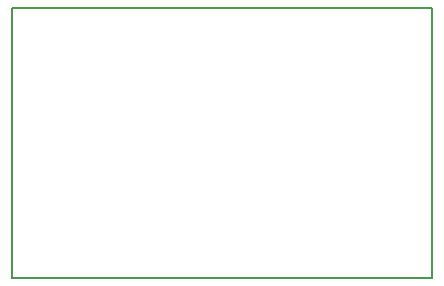
<source format=gbr>
%TF.GenerationSoftware,KiCad,Pcbnew,(6.0.4)*%
%TF.CreationDate,2023-01-22T23:07:16+01:00*%
%TF.ProjectId,panelController,70616e65-6c43-46f6-9e74-726f6c6c6572,rev?*%
%TF.SameCoordinates,Original*%
%TF.FileFunction,Profile,NP*%
%FSLAX46Y46*%
G04 Gerber Fmt 4.6, Leading zero omitted, Abs format (unit mm)*
G04 Created by KiCad (PCBNEW (6.0.4)) date 2023-01-22 23:07:16*
%MOMM*%
%LPD*%
G01*
G04 APERTURE LIST*
%TA.AperFunction,Profile*%
%ADD10C,0.200000*%
%TD*%
G04 APERTURE END LIST*
D10*
X175292571Y-111645765D02*
X139698971Y-111645765D01*
X139698971Y-111645765D02*
X139698971Y-88750165D01*
X139698971Y-88750165D02*
X175292571Y-88750165D01*
X175292571Y-88750165D02*
X175292571Y-111645765D01*
M02*

</source>
